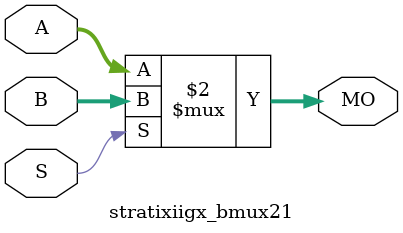
<source format=v>
module stratixiigx_bmux21 (MO, A, B, S);
   input [15:0] A, B;
   input 	S;
   output [15:0] MO; 
   assign MO = (S == 1) ? B : A; 
endmodule
</source>
